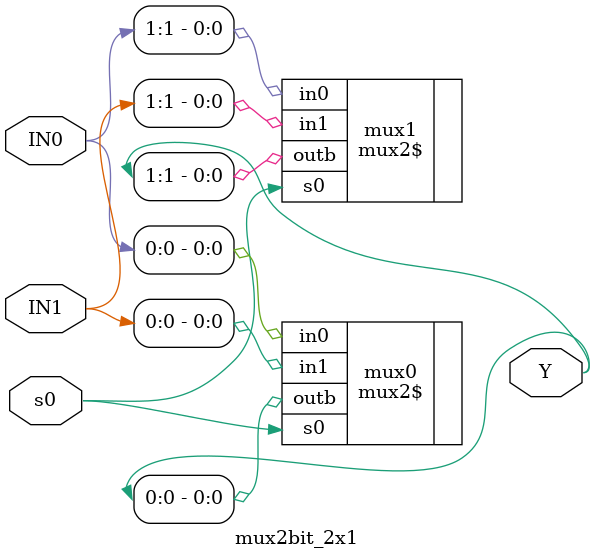
<source format=v>
module mux2bit_2x1(Y, IN0, IN1, s0);
input  [1:0]IN0;
input  [1:0]IN1;
input       s0;
output [1:0]Y;

mux2$ mux0(.outb(Y[0]), .in0(IN0[0]), .in1(IN1[0]), .s0(s0));
mux2$ mux1(.outb(Y[1]), .in0(IN0[1]), .in1(IN1[1]), .s0(s0));

endmodule


</source>
